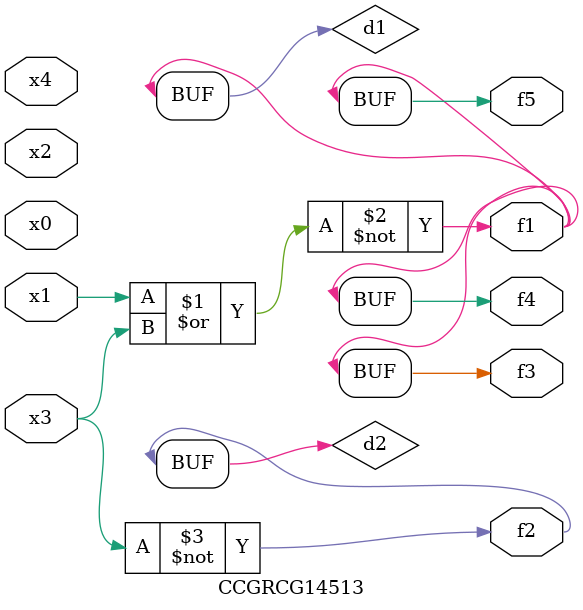
<source format=v>
module CCGRCG14513(
	input x0, x1, x2, x3, x4,
	output f1, f2, f3, f4, f5
);

	wire d1, d2;

	nor (d1, x1, x3);
	not (d2, x3);
	assign f1 = d1;
	assign f2 = d2;
	assign f3 = d1;
	assign f4 = d1;
	assign f5 = d1;
endmodule

</source>
